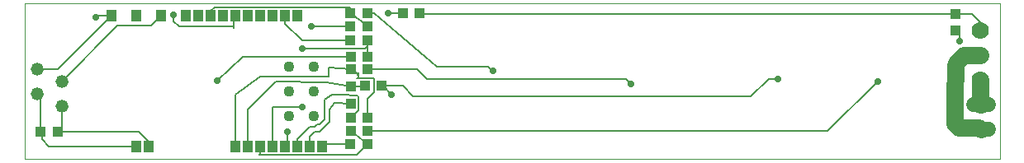
<source format=gtl>
G75*
G70*
%OFA0B0*%
%FSLAX25Y25*%
%IPPOS*%
%LPD*%
%AMOC8*
5,1,8,0,0,1.08239X$1,22.5*
%
%ADD10C,0.00000*%
%ADD11R,0.03937X0.04724*%
%ADD12C,0.04362*%
%ADD13R,0.03900X0.04000*%
%ADD14C,0.05200*%
%ADD15R,0.04000X0.03900*%
%ADD16C,0.06000*%
%ADD17R,0.04331X0.03937*%
%ADD18R,0.03937X0.04331*%
%ADD19C,0.07000*%
%ADD20C,0.00787*%
%ADD21C,0.02775*%
%ADD22C,0.07000*%
D10*
X0036485Y0009071D02*
X0430186Y0009071D01*
X0430186Y0072063D01*
X0036485Y0072063D01*
X0036485Y0009071D01*
D11*
X0081685Y0014246D03*
X0086685Y0014246D03*
X0121685Y0014246D03*
X0126685Y0014246D03*
X0131685Y0014246D03*
X0136685Y0014246D03*
X0141685Y0014246D03*
X0146685Y0014246D03*
X0151685Y0014246D03*
X0156685Y0014246D03*
X0146685Y0067246D03*
X0141685Y0067246D03*
X0136685Y0067246D03*
X0131685Y0067246D03*
X0126685Y0067246D03*
X0121685Y0067246D03*
X0116685Y0067246D03*
X0111685Y0067246D03*
X0106685Y0067246D03*
X0101685Y0067246D03*
X0091685Y0067246D03*
X0081685Y0067246D03*
X0071685Y0067246D03*
D12*
X0143185Y0046471D03*
X0153185Y0046471D03*
X0153185Y0036471D03*
X0143185Y0036471D03*
X0143185Y0026471D03*
X0153185Y0026471D03*
D13*
X0168296Y0020575D03*
X0174989Y0020575D03*
X0173824Y0038693D03*
X0180517Y0038693D03*
X0174989Y0045520D03*
X0168296Y0045520D03*
X0168257Y0050417D03*
X0174950Y0050417D03*
X0174831Y0068071D03*
X0168139Y0068071D03*
X0189406Y0068197D03*
X0196099Y0068197D03*
X0049831Y0020071D03*
X0043139Y0020071D03*
D14*
X0051485Y0030571D03*
X0041485Y0035571D03*
X0051485Y0040571D03*
X0041485Y0045571D03*
D15*
X0412288Y0061165D03*
X0412288Y0067858D03*
D16*
X0419517Y0031071D02*
X0425517Y0031071D01*
X0425517Y0021071D02*
X0419517Y0021071D01*
D17*
X0174910Y0025984D03*
X0168217Y0025984D03*
X0168139Y0015071D03*
X0174831Y0015071D03*
X0174831Y0057071D03*
X0168139Y0057071D03*
X0168139Y0062858D03*
X0174831Y0062858D03*
D18*
X0168194Y0038331D03*
X0168194Y0031638D03*
D19*
X0422469Y0041079D03*
X0422469Y0051079D03*
X0422469Y0061079D03*
D20*
X0422430Y0061118D01*
X0422430Y0064346D01*
X0418918Y0067858D01*
X0412288Y0067858D01*
X0196437Y0067858D01*
X0196099Y0068197D01*
X0189406Y0068197D02*
X0183446Y0068197D01*
X0183414Y0068165D01*
X0177564Y0068071D02*
X0202902Y0046591D01*
X0223769Y0046591D01*
X0225698Y0044661D01*
X0199005Y0041394D02*
X0279438Y0041394D01*
X0281367Y0039465D01*
X0329713Y0034465D02*
X0336879Y0041630D01*
X0340540Y0041630D01*
X0340658Y0041512D01*
X0329713Y0034465D02*
X0193454Y0034465D01*
X0189225Y0038693D01*
X0180517Y0038693D01*
X0181154Y0038693D01*
X0184713Y0035134D01*
X0177485Y0036071D02*
X0174831Y0033417D01*
X0174910Y0025984D01*
X0171406Y0028819D02*
X0168217Y0025984D01*
X0159485Y0024071D02*
X0155485Y0020071D01*
X0153485Y0020071D01*
X0151485Y0018071D01*
X0151485Y0014446D01*
X0151685Y0014246D01*
X0156685Y0014246D02*
X0156685Y0015071D01*
X0168139Y0015071D01*
X0170753Y0010874D02*
X0174831Y0015071D01*
X0168296Y0020575D01*
X0174989Y0020575D02*
X0360745Y0020575D01*
X0380816Y0040646D01*
X0414123Y0056748D02*
X0413942Y0059528D01*
X0412288Y0061165D01*
X0412288Y0067858D02*
X0417698Y0067858D01*
X0199005Y0041394D02*
X0194879Y0045520D01*
X0174989Y0045520D01*
X0171328Y0044268D02*
X0171249Y0044268D01*
X0171249Y0042929D01*
X0170485Y0043724D01*
X0168296Y0045520D01*
X0159438Y0046071D01*
X0159438Y0042457D01*
X0157942Y0042457D01*
X0131658Y0042488D01*
X0121685Y0035271D01*
X0121685Y0014246D01*
X0126685Y0014246D02*
X0126685Y0029271D01*
X0137973Y0040362D01*
X0158209Y0040283D01*
X0168194Y0038331D01*
X0173713Y0038331D01*
X0173824Y0038693D01*
X0171328Y0041929D02*
X0171328Y0044268D01*
X0171328Y0041929D02*
X0170564Y0041929D01*
X0171328Y0041929D02*
X0177564Y0041929D01*
X0177485Y0036071D01*
X0171446Y0034181D02*
X0170879Y0034984D01*
X0164564Y0035063D01*
X0163800Y0035126D01*
X0160800Y0035126D01*
X0157485Y0033071D01*
X0157485Y0025071D01*
X0155485Y0023071D01*
X0154485Y0023071D01*
X0153485Y0022071D01*
X0151485Y0022071D01*
X0146685Y0017271D01*
X0146685Y0014246D01*
X0142485Y0015046D02*
X0141685Y0014246D01*
X0142485Y0015046D02*
X0142485Y0020071D01*
X0159485Y0024071D02*
X0159485Y0029071D01*
X0161501Y0031756D01*
X0168194Y0031638D01*
X0171446Y0034181D02*
X0171406Y0028819D01*
X0148485Y0030071D02*
X0136485Y0030071D01*
X0136685Y0029871D01*
X0136685Y0014246D01*
X0131685Y0014246D02*
X0131685Y0011271D01*
X0131406Y0010874D01*
X0170753Y0010874D01*
X0086685Y0014246D02*
X0086485Y0014446D01*
X0086485Y0016071D01*
X0082485Y0020071D01*
X0049831Y0020071D01*
X0051485Y0021724D01*
X0051485Y0030571D01*
X0043139Y0033917D02*
X0041485Y0035571D01*
X0043139Y0033917D02*
X0043139Y0020071D01*
X0043485Y0019724D01*
X0043485Y0017071D01*
X0046310Y0014246D01*
X0081685Y0014246D01*
X0051485Y0040571D02*
X0073985Y0063071D01*
X0087485Y0063071D01*
X0091660Y0067246D01*
X0091685Y0067246D01*
X0096761Y0067378D02*
X0096761Y0064898D01*
X0098887Y0062772D01*
X0120580Y0062772D01*
X0121131Y0062220D01*
X0121131Y0066691D01*
X0121685Y0067246D01*
X0113446Y0070622D02*
X0111685Y0069271D01*
X0111685Y0067246D01*
X0113446Y0070622D02*
X0168099Y0070622D01*
X0168139Y0068071D01*
X0174847Y0063173D01*
X0174831Y0062858D01*
X0168139Y0062858D02*
X0168068Y0062906D01*
X0152414Y0062906D01*
X0148485Y0057071D02*
X0141685Y0063871D01*
X0141685Y0067246D01*
X0174831Y0068071D02*
X0177564Y0068071D01*
X0174831Y0057071D02*
X0174831Y0054835D01*
X0173950Y0053835D01*
X0148485Y0053795D01*
X0148485Y0057071D02*
X0168139Y0057071D01*
X0174831Y0054835D02*
X0174950Y0050417D01*
X0168257Y0050417D02*
X0124674Y0050457D01*
X0114461Y0040717D01*
X0071685Y0067246D02*
X0050010Y0045571D01*
X0041485Y0045571D01*
X0065461Y0066472D02*
X0066235Y0067246D01*
X0071685Y0067246D01*
D21*
X0065461Y0066472D03*
X0096761Y0067378D03*
X0152414Y0062906D03*
X0183414Y0068165D03*
X0148485Y0053795D03*
X0114461Y0040717D03*
X0148485Y0030071D03*
X0184713Y0035134D03*
X0225698Y0044661D03*
X0281367Y0039465D03*
X0340658Y0041512D03*
X0380816Y0040646D03*
X0414123Y0056748D03*
X0142485Y0020071D03*
D22*
X0412115Y0023441D02*
X0413690Y0021866D01*
X0421721Y0021866D01*
X0422517Y0021071D01*
X0412115Y0023441D02*
X0412115Y0033559D01*
X0412194Y0047142D01*
X0413060Y0048441D01*
X0415698Y0051079D01*
X0422469Y0051079D01*
X0422469Y0041079D02*
X0422469Y0031118D01*
X0422517Y0031071D01*
M02*

</source>
